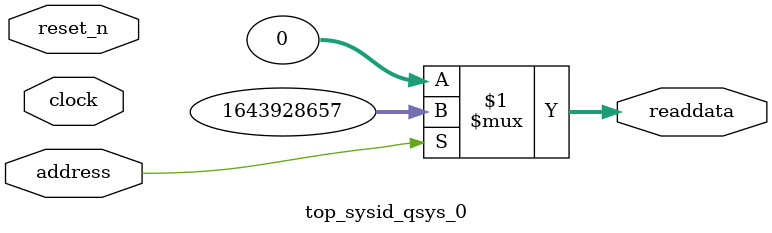
<source format=v>



// synthesis translate_off
`timescale 1ns / 1ps
// synthesis translate_on

// turn off superfluous verilog processor warnings 
// altera message_level Level1 
// altera message_off 10034 10035 10036 10037 10230 10240 10030 

module top_sysid_qsys_0 (
               // inputs:
                address,
                clock,
                reset_n,

               // outputs:
                readdata
             )
;

  output  [ 31: 0] readdata;
  input            address;
  input            clock;
  input            reset_n;

  wire    [ 31: 0] readdata;
  //control_slave, which is an e_avalon_slave
  assign readdata = address ? 1643928657 : 0;

endmodule



</source>
